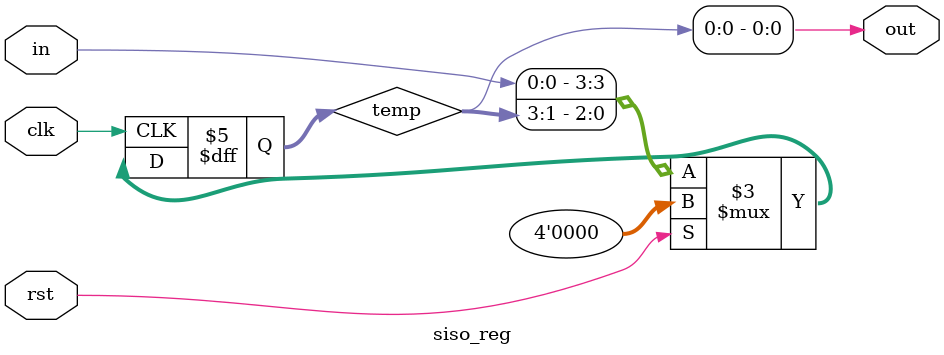
<source format=v>
module siso_reg (clk,rst,in,out);
  parameter WIDTH = 4;
  input clk,rst,in;
  output out;
  reg [WIDTH-1:0] temp;
  always@(posedge clk) begin
    if(rst)
      temp <= 0;
    else
      temp <= {in, temp[WIDTH-1:1]};
  end
  assign out = temp[0];
endmodule

</source>
